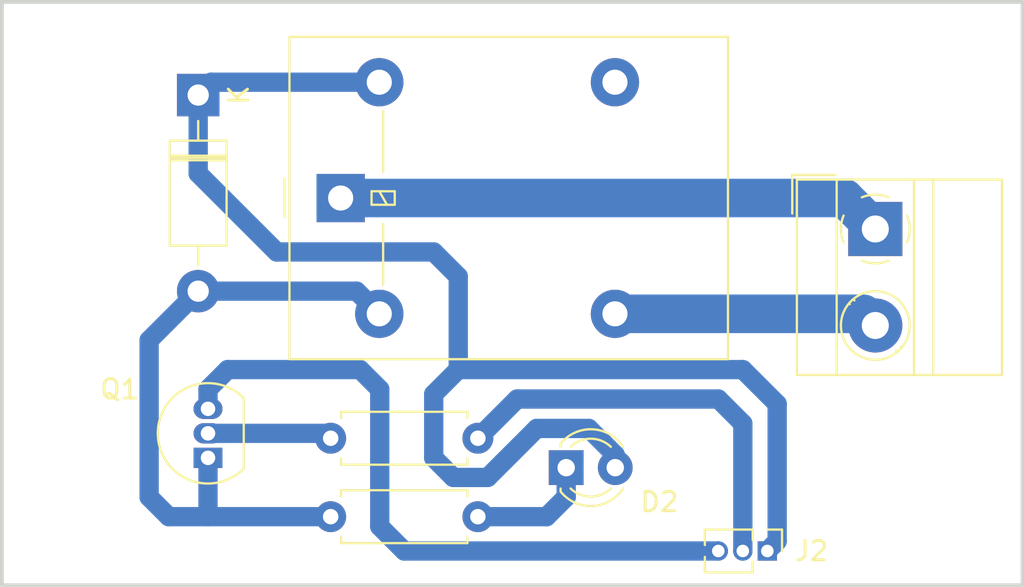
<source format=kicad_pcb>
(kicad_pcb (version 20240108) (generator "pcbnew") (generator_version "8.0")
  (layers (0 "F.Cu" signal) (31 "B.Cu" signal) (34 "B.Paste" user) (35 "F.Paste" user) (36 "B.SilkS" user "B.Silkscreen") (37 "F.SilkS" user "F.Silkscreen") (38 "B.Mask" user) (39 "F.Mask" user) (44 "Edge.Cuts" user))
  (net 0 "")
  (net 1 "Net-(D1-A)")
  (net 2 "+12V")
  (net 3 "Net-(D2-K)")
  (net 4 "Net-(J1-Pin_2)")
  (net 5 "Net-(J1-Pin_1)")
  (net 6 "GND")
  (net 7 "/SIG")
  (net 9 "Net-(Q1-B)")
  (footprint "MountingHole:MountingHole_3.2mm_M3" (layer "F.Cu") (at 183.134 75.692)
    (property "Reference" "H4" (hide yes))
    (property "Value" "MountingHole" (hide yes))
    (pad "" np_thru_hole circle (at 0 0) (size 3.2 3.2) (drill 3.2) (layers "*.Cu" "*.Mask"))
  )
  (footprint "Resistor_THT:R_Axial_DIN0207_L6.3mm_D2.5mm_P7.62mm_Horizontal" (layer "F.Cu") (at 158.496 71.628 180)
    (property "Reference" "R1" (hide yes))
    (property "Value" "3k3" (hide yes))
    (fp_line (start 7.08 1.37) (end 7.08 1.04) (stroke (width 0.12)) (layer "F.SilkS"))
    (fp_line (start 7.08 -1.37) (end 7.08 -1.04) (stroke (width 0.12)) (layer "F.SilkS"))
    (fp_line (start 0.54 1.37) (end 7.08 1.37) (stroke (width 0.12)) (layer "F.SilkS"))
    (fp_line (start 0.54 1.04) (end 0.54 1.37) (stroke (width 0.12)) (layer "F.SilkS"))
    (fp_line (start 0.54 -1.04) (end 0.54 -1.37) (stroke (width 0.12)) (layer "F.SilkS"))
    (fp_line (start 0.54 -1.37) (end 7.08 -1.37) (stroke (width 0.12)) (layer "F.SilkS"))
    (pad "1" thru_hole circle (at 0 0 180) (size 1.6 1.6) (drill 0.8) (layers "*.Cu" "*.Mask") (net 7 "/SIG"))
    (pad "2" thru_hole oval (at 7.62 0 180) (size 1.6 1.6) (drill 0.8) (layers "*.Cu" "*.Mask") (net 9 "Net-(Q1-B)"))
  )
  (footprint "MountingHole:MountingHole_3.2mm_M3" (layer "F.Cu") (at 137.414 52.578)
    (property "Reference" "H1" (hide yes))
    (property "Value" "MountingHole" (hide yes))
    (pad "" np_thru_hole circle (at 0 0) (size 3.2 3.2) (drill 3.2) (layers "*.Cu" "*.Mask"))
  )
  (footprint "Connector_PinHeader_1.27mm:PinHeader_1x03_P1.27mm_Vertical" (layer "F.Cu") (at 173.482 77.47 -90)
    (property "Reference" "J2" (at 0 -2.286 180) (layer "F.SilkS"))
    (property "Value" "Conn_01x03_Pin" (hide yes))
    (fp_line (start -1.11 3.235) (end -0.30753 3.235) (stroke (width 0.12)) (layer "F.SilkS"))
    (fp_line (start 0.30753 3.235) (end 1.11 3.235) (stroke (width 0.12)) (layer "F.SilkS"))
    (fp_line (start -1.11 0.76) (end -1.11 3.235) (stroke (width 0.12)) (layer "F.SilkS"))
    (fp_line (start -1.11 0.76) (end -0.563471 0.76) (stroke (width 0.12)) (layer "F.SilkS"))
    (fp_line (start 0.563471 0.76) (end 1.11 0.76) (stroke (width 0.12)) (layer "F.SilkS"))
    (fp_line (start 1.11 0.76) (end 1.11 3.235) (stroke (width 0.12)) (layer "F.SilkS"))
    (fp_line (start -1.11 0) (end -1.11 -0.76) (stroke (width 0.12)) (layer "F.SilkS"))
    (fp_line (start -1.11 -0.76) (end 0 -0.76) (stroke (width 0.12)) (layer "F.SilkS"))
    (pad "1" thru_hole rect (at 0 0 270) (size 1 1) (drill 0.65) (layers "*.Cu" "*.Mask") (net 2 "+12V"))
    (pad "2" thru_hole oval (at 0 1.27 270) (size 1 1) (drill 0.65) (layers "*.Cu" "*.Mask") (net 7 "/SIG"))
    (pad "3" thru_hole oval (at 0 2.54 270) (size 1 1) (drill 0.65) (layers "*.Cu" "*.Mask") (net 6 "GND"))
  )
  (footprint "Package_TO_SOT_THT:TO-92_Inline" (layer "F.Cu") (at 144.526 72.644 90)
    (property "Reference" "Q1" (at 3.556 -4.572 0) (layer "F.SilkS"))
    (property "Value" "BC548" (hide yes))
    (fp_line (start -0.53 1.85) (end 3.07 1.85) (stroke (width 0.12)) (layer "F.SilkS"))
    (fp_arc (start 1.27 -2.6) (mid 3.672087 -0.994977) (end 3.108478 1.838478) (stroke (width 0.12)) (layer "F.SilkS"))
    (fp_arc (start -0.568478 1.838478) (mid -1.132087 -0.994977) (end 1.27 -2.6) (stroke (width 0.12)) (layer "F.SilkS"))
    (pad "1" thru_hole rect (at 0 0 90) (size 1.05 1.5) (drill 0.75) (layers "*.Cu" "*.Mask") (net 1 "Net-(D1-A)"))
    (pad "2" thru_hole oval (at 1.27 0 90) (size 1.05 1.5) (drill 0.75) (layers "*.Cu" "*.Mask") (net 9 "Net-(Q1-B)"))
    (pad "3" thru_hole oval (at 2.54 0 90) (size 1.05 1.5) (drill 0.75) (layers "*.Cu" "*.Mask") (net 6 "GND"))
  )
  (footprint "TerminalBlock_MetzConnect:TerminalBlock_MetzConnect_Type011_RT05502HBWC_1x02_P5.00mm_Horizontal" (layer "F.Cu") (at 179.07 60.786 -90)
    (property "Reference" "J1" (hide yes))
    (property "Value" "OUTPUT" (hide yes))
    (fp_line (start -2.8 4.3) (end -0.8 4.3) (stroke (width 0.12)) (layer "F.SilkS"))
    (fp_line (start -2.56 4.06) (end 7.56 4.06) (stroke (width 0.12)) (layer "F.SilkS"))
    (fp_line (start -2.8 2.06) (end -2.8 4.3) (stroke (width 0.12)) (layer "F.SilkS"))
    (fp_line (start -2.56 2) (end 7.56 2) (stroke (width 0.12)) (layer "F.SilkS"))
    (fp_line (start 3.892 1.325) (end 3.868 1.35) (stroke (width 0.12)) (layer "F.SilkS"))
    (fp_line (start 3.7 1.083) (end 3.65 1.133) (stroke (width 0.12)) (layer "F.SilkS"))
    (fp_line (start 6.35 -1.133) (end 6.301 -1.083) (stroke (width 0.12)) (layer "F.SilkS"))
    (fp_line (start 6.133 -1.35) (end 6.108 -1.326) (stroke (width 0.12)) (layer "F.SilkS"))
    (fp_line (start -2.56 -2) (end 7.56 -2) (stroke (width 0.12)) (layer "F.SilkS"))
    (fp_line (start -2.56 -3) (end 7.56 -3) (stroke (width 0.12)) (layer "F.SilkS"))
    (fp_line (start -2.56 -6.56) (end -2.56 4.06) (stroke (width 0.12)) (layer "F.SilkS"))
    (fp_line (start -2.56 -6.56) (end 7.56 -6.56) (stroke (width 0.12)) (layer "F.SilkS"))
    (fp_line (start 7.56 -6.56) (end 7.56 4.06) (stroke (width 0.12)) (layer "F.SilkS"))
    (fp_arc (start 0.030814 1.78039) (mid -0.340023 1.747891) (end -0.696 1.639) (stroke (width 0.12)) (layer "F.SilkS"))
    (fp_arc (start 0.695501 1.638499) (mid 0.354875 1.744266) (end 0 1.78) (stroke (width 0.12)) (layer "F.SilkS"))
    (fp_arc (start -1.639206 0.695516) (mid -1.780657 -0.000263) (end -1.639 -0.696) (stroke (width 0.12)) (layer "F.SilkS"))
    (fp_arc (start 1.639206 -0.695516) (mid 1.780657 0.000263) (end 1.639 0.696) (stroke (width 0.12)) (layer "F.SilkS"))
    (fp_arc (start -0.695516 -1.639206) (mid 0.000263 -1.780657) (end 0.696 -1.639) (stroke (width 0.12)) (layer "F.SilkS"))
    (fp_circle (center 5 0) (end 6.78 0) (stroke (width 0.12)) (fill none) (layer "F.SilkS"))
    (pad "1" thru_hole rect (at 0 0 270) (size 2.8 2.8) (drill 1.4) (layers "*.Cu" "*.Mask") (net 5 "Net-(J1-Pin_1)"))
    (pad "2" thru_hole circle (at 5 0 270) (size 2.8 2.8) (drill 1.4) (layers "*.Cu" "*.Mask") (net 4 "Net-(J1-Pin_2)"))
  )
  (footprint "MountingHole:MountingHole_3.2mm_M3" (layer "F.Cu") (at 137.414 75.692)
    (property "Reference" "H2" (hide yes))
    (property "Value" "MountingHole" (hide yes))
    (pad "" np_thru_hole circle (at 0 0) (size 3.2 3.2) (drill 3.2) (layers "*.Cu" "*.Mask"))
  )
  (footprint "LED_THT:LED_D3.0mm" (layer "F.Cu") (at 163.068 73.152)
    (property "Reference" "D2" (at 4.826 1.778 0) (layer "F.SilkS"))
    (property "Value" "LED" (hide yes))
    (fp_line (start -0.29 -1.236) (end -0.29 -1.08) (stroke (width 0.12)) (layer "F.SilkS"))
    (fp_line (start -0.29 1.08) (end -0.29 1.236) (stroke (width 0.12)) (layer "F.SilkS"))
    (fp_arc (start -0.29 -1.235516) (mid 1.366487 -1.987659) (end 2.942335 -1.078608) (stroke (width 0.12)) (layer "F.SilkS"))
    (fp_arc (start 0.229039 -1.08) (mid 1.270117 -1.5) (end 2.31113 -1.079837) (stroke (width 0.12)) (layer "F.SilkS"))
    (fp_arc (start 2.31113 1.079837) (mid 1.270117 1.5) (end 0.229039 1.08) (stroke (width 0.12)) (layer "F.SilkS"))
    (fp_arc (start 2.942335 1.078608) (mid 1.366487 1.987659) (end -0.29 1.235516) (stroke (width 0.12)) (layer "F.SilkS"))
    (pad "1" thru_hole rect (at 0 0) (size 1.8 1.8) (drill 0.9) (layers "*.Cu" "*.Mask") (net 3 "Net-(D2-K)"))
    (pad "2" thru_hole circle (at 2.54 0) (size 1.8 1.8) (drill 0.9) (layers "*.Cu" "*.Mask") (net 2 "+12V"))
  )
  (footprint "Diode_THT:D_DO-41_SOD81_P10.16mm_Horizontal" (layer "F.Cu") (at 144.018 53.848 -90)
    (property "Reference" "D1" (hide yes))
    (property "Value" "1N4007" (hide yes))
    (fp_line (start 2.36 1.47) (end 7.8 1.47) (stroke (width 0.12)) (layer "F.SilkS"))
    (fp_line (start 7.8 1.47) (end 7.8 -1.47) (stroke (width 0.12)) (layer "F.SilkS"))
    (fp_line (start 1.34 0) (end 2.36 0) (stroke (width 0.12)) (layer "F.SilkS"))
    (fp_line (start 8.82 0) (end 7.8 0) (stroke (width 0.12)) (layer "F.SilkS"))
    (fp_line (start 2.36 -1.47) (end 2.36 1.47) (stroke (width 0.12)) (layer "F.SilkS"))
    (fp_line (start 3.14 -1.47) (end 3.14 1.47) (stroke (width 0.12)) (layer "F.SilkS"))
    (fp_line (start 3.26 -1.47) (end 3.26 1.47) (stroke (width 0.12)) (layer "F.SilkS"))
    (fp_line (start 3.38 -1.47) (end 3.38 1.47) (stroke (width 0.12)) (layer "F.SilkS"))
    (fp_line (start 7.8 -1.47) (end 2.36 -1.47) (stroke (width 0.12)) (layer "F.SilkS"))
    (fp_text user "K" (at 0 -2.1 90) (layer "F.SilkS"))
    (pad "1" thru_hole rect (at 0 0 270) (size 2.2 2.2) (drill 1.1) (layers "*.Cu" "*.Mask") (net 2 "+12V"))
    (pad "2" thru_hole oval (at 10.16 0 270) (size 2.2 2.2) (drill 1.1) (layers "*.Cu" "*.Mask") (net 1 "Net-(D1-A)"))
  )
  (footprint "Relay_THT:Relay_SPDT_Omron-G5LE-1" (layer "F.Cu") (at 151.3925 59.182 90)
    (property "Reference" "K2" (hide yes))
    (property "Value" "G5LE-1" (hide yes))
    (fp_line (start -1 -2.91) (end 1 -2.91) (stroke (width 0.12)) (layer "F.SilkS"))
    (fp_line (start 8.35 -2.65) (end -8.35 -2.65) (stroke (width 0.12)) (layer "F.SilkS"))
    (fp_line (start -8.35 -2.65) (end -8.35 20.05) (stroke (width 0.12)) (layer "F.SilkS"))
    (fp_line (start 0.35 1.6) (end -0.35 1.6) (stroke (width 0.12)) (layer "F.SilkS"))
    (fp_line (start -0.35 1.6) (end -0.35 2.8) (stroke (width 0.12)) (layer "F.SilkS"))
    (fp_line (start 1.35 2.2) (end 4.5 2.2) (stroke (width 0.12)) (layer "F.SilkS"))
    (fp_line (start -4.5 2.2) (end -1.35 2.2) (stroke (width 0.12)) (layer "F.SilkS"))
    (fp_line (start -0.35 2.4) (end 0.35 2) (stroke (width 0.12)) (layer "F.SilkS"))
    (fp_line (start 0.35 2.8) (end 0.35 1.6) (stroke (width 0.12)) (layer "F.SilkS"))
    (fp_line (start -0.35 2.8) (end 0.35 2.8) (stroke (width 0.12)) (layer "F.SilkS"))
    (fp_line (start 8.35 20.05) (end 8.35 -2.65) (stroke (width 0.12)) (layer "F.SilkS"))
    (fp_line (start -8.35 20.05) (end 8.35 20.05) (stroke (width 0.12)) (layer "F.SilkS"))
    (pad "1" thru_hole rect (at 0 0 90) (size 2.5 2.5) (drill 1.3) (layers "*.Cu" "*.Mask") (net 5 "Net-(J1-Pin_1)"))
    (pad "2" thru_hole oval (at -6 2 90) (size 2.5 2.5) (drill 1.3) (layers "*.Cu" "*.Mask") (net 1 "Net-(D1-A)"))
    (pad "3" thru_hole oval (at -6 14.2 90) (size 2.5 2.5) (drill 1.3) (layers "*.Cu" "*.Mask") (net 4 "Net-(J1-Pin_2)"))
    (pad "4" thru_hole oval (at 6 14.2 90) (size 2.5 2.5) (drill 1.3) (layers "*.Cu" "*.Mask"))
    (pad "5" thru_hole oval (at 6 2 90) (size 2.5 2.5) (drill 1.3) (layers "*.Cu" "*.Mask") (net 2 "+12V"))
  )
  (footprint "MountingHole:MountingHole_3.2mm_M3" (layer "F.Cu") (at 183.134 52.578)
    (property "Reference" "H3" (hide yes))
    (property "Value" "MountingHole" (hide yes))
    (pad "" np_thru_hole circle (at 0 0) (size 3.2 3.2) (drill 3.2) (layers "*.Cu" "*.Mask"))
  )
  (footprint "Resistor_THT:R_Axial_DIN0207_L6.3mm_D2.5mm_P7.62mm_Horizontal" (layer "F.Cu") (at 150.876 75.692)
    (property "Reference" "R2" (hide yes))
    (property "Value" "1k" (hide yes))
    (fp_line (start 0.54 -1.37) (end 7.08 -1.37) (stroke (width 0.12)) (layer "F.SilkS"))
    (fp_line (start 0.54 -1.04) (end 0.54 -1.37) (stroke (width 0.12)) (layer "F.SilkS"))
    (fp_line (start 0.54 1.04) (end 0.54 1.37) (stroke (width 0.12)) (layer "F.SilkS"))
    (fp_line (start 0.54 1.37) (end 7.08 1.37) (stroke (width 0.12)) (layer "F.SilkS"))
    (fp_line (start 7.08 -1.37) (end 7.08 -1.04) (stroke (width 0.12)) (layer "F.SilkS"))
    (fp_line (start 7.08 1.37) (end 7.08 1.04) (stroke (width 0.12)) (layer "F.SilkS"))
    (pad "1" thru_hole circle (at 0 0) (size 1.6 1.6) (drill 0.8) (layers "*.Cu" "*.Mask") (net 1 "Net-(D1-A)"))
    (pad "2" thru_hole oval (at 7.62 0) (size 1.6 1.6) (drill 0.8) (layers "*.Cu" "*.Mask") (net 3 "Net-(D2-K)"))
  )
  (gr_rect (start 133.858 49.022) (end 186.69 79.248) (stroke (width 0.2)) (fill none) (layer "Edge.Cuts"))
  (segment (start 144.018 64.008) (end 152.2185 64.008) (width 1) (layer "B.Cu") (net 1))
  (segment (start 144.018 64.008) (end 141.478 66.548) (width 1) (layer "B.Cu") (net 1))
  (segment (start 142.494 75.692) (end 150.876 75.692) (width 1) (layer "B.Cu") (net 1))
  (segment (start 141.478 66.548) (end 141.478 74.676) (width 1) (layer "B.Cu") (net 1))
  (segment (start 152.2185 64.008) (end 153.3925 65.182) (width 1) (layer "B.Cu") (net 1))
  (segment (start 144.526 75.692) (end 144.526 72.644) (width 1) (layer "B.Cu") (net 1))
  (segment (start 141.478 74.676) (end 142.494 75.692) (width 1) (layer "B.Cu") (net 1))
  (segment (start 156.21 72.644) (end 156.21 69.341998) (width 1) (layer "B.Cu") (net 2))
  (segment (start 144.018 53.848) (end 144.018 57.912) (width 1) (layer "B.Cu") (net 2))
  (segment (start 157.479998 63.245998) (end 157.479998 68.072) (width 1) (layer "B.Cu") (net 2))
  (segment (start 173.482 77.47) (end 173.99 76.962) (width 1) (layer "B.Cu") (net 2))
  (segment (start 164.236 71.12) (end 161.544 71.12) (width 1) (layer "B.Cu") (net 2))
  (segment (start 165.608 72.492) (end 164.236 71.12) (width 1) (layer "B.Cu") (net 2))
  (segment (start 173.99 76.962) (end 173.99 69.85) (width 1) (layer "B.Cu") (net 2))
  (segment (start 156.21 61.976) (end 157.479998 63.245998) (width 1) (layer "B.Cu") (net 2))
  (segment (start 172.212 68.072) (end 157.479998 68.072) (width 1) (layer "B.Cu") (net 2))
  (segment (start 157.226 73.66) (end 156.21 72.644) (width 1) (layer "B.Cu") (net 2))
  (segment (start 161.544 71.12) (end 159.004 73.66) (width 1) (layer "B.Cu") (net 2))
  (segment (start 144.018 57.912) (end 148.082 61.976) (width 1) (layer "B.Cu") (net 2))
  (segment (start 153.3925 53.182) (end 144.684 53.182) (width 1) (layer "B.Cu") (net 2))
  (segment (start 156.21 69.341998) (end 157.479998 68.072) (width 1) (layer "B.Cu") (net 2))
  (segment (start 144.684 53.182) (end 144.018 53.848) (width 1) (layer "B.Cu") (net 2))
  (segment (start 173.99 69.85) (end 172.212 68.072) (width 1) (layer "B.Cu") (net 2))
  (segment (start 159.004 73.66) (end 157.226 73.66) (width 1) (layer "B.Cu") (net 2))
  (segment (start 148.082 61.976) (end 156.21 61.976) (width 1) (layer "B.Cu") (net 2))
  (segment (start 165.608 73.152) (end 165.608 72.492) (width 1) (layer "B.Cu") (net 2))
  (segment (start 163.068 74.676) (end 163.068 73.152) (width 1) (layer "B.Cu") (net 3))
  (segment (start 158.496 75.692) (end 162.052 75.692) (width 1) (layer "B.Cu") (net 3))
  (segment (start 162.052 75.692) (end 163.068 74.676) (width 1) (layer "B.Cu") (net 3))
  (segment (start 178.466 65.182) (end 179.07 65.786) (width 1) (layer "B.Cu") (net 4))
  (segment (start 165.5925 65.182) (end 178.466 65.182) (width 2) (layer "B.Cu") (net 4))
  (segment (start 151.3925 59.182) (end 177.466 59.182) (width 2) (layer "B.Cu") (net 5))
  (segment (start 177.466 59.182) (end 179.07 60.786) (width 2) (layer "B.Cu") (net 5))
  (segment (start 153.416 69.088) (end 153.416 76.2) (width 1) (layer "B.Cu") (net 6))
  (segment (start 153.416 76.2) (end 154.686 77.47) (width 1) (layer "B.Cu") (net 6))
  (segment (start 144.526 70.104) (end 144.526 69.088) (width 1) (layer "B.Cu") (net 6))
  (segment (start 154.686 77.47) (end 170.942 77.47) (width 1) (layer "B.Cu") (net 6))
  (segment (start 145.542 68.072) (end 152.4 68.072) (width 1) (layer "B.Cu") (net 6))
  (segment (start 144.526 69.088) (end 145.542 68.072) (width 1) (layer "B.Cu") (net 6))
  (segment (start 152.4 68.072) (end 153.416 69.088) (width 1) (layer "B.Cu") (net 6))
  (segment (start 172.212 70.866) (end 172.212 77.47) (width 1) (layer "B.Cu") (net 7))
  (segment (start 158.496 71.628) (end 160.528 69.596) (width 1) (layer "B.Cu") (net 7))
  (segment (start 170.942 69.596) (end 172.212 70.866) (width 1) (layer "B.Cu") (net 7))
  (segment (start 160.528 69.596) (end 170.942 69.596) (width 1) (layer "B.Cu") (net 7))
  (segment (start 144.526 71.374) (end 150.622 71.374) (width 1) (layer "B.Cu") (net 9))
  (segment (start 150.622 71.374) (end 150.876 71.628) (width 1) (layer "B.Cu") (net 9))
)
</source>
